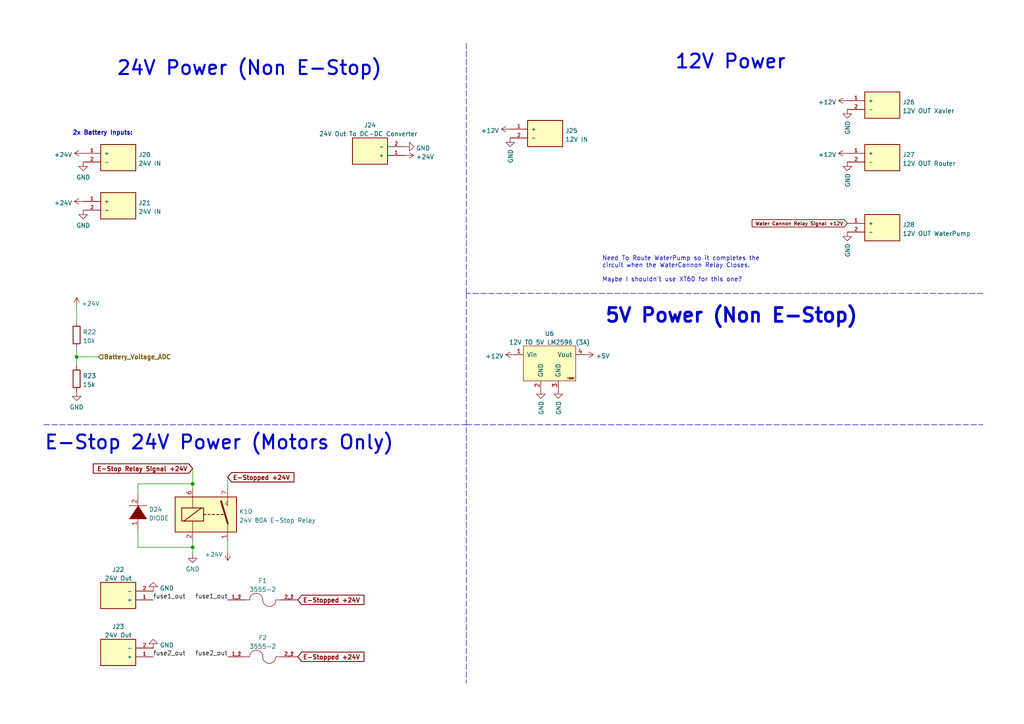
<source format=kicad_sch>
(kicad_sch (version 20211123) (generator eeschema)
  (paper "A4")
  (lib_symbols
    (symbol "3555-2:3555-2" (pin_names (offset 1.016))
      (property "Reference" "F" (at -7.62 3.81 0))
      (property "Value" "3555-2" (at -7.62 -3.81 0))
      (symbol "3555-2_0_0"
        (arc (start 0 0) (mid -1.905 1.905) (end -3.81 0) (stroke (width 0.1524)))
        (polyline (pts (xy -5.08 0) (xy -3.81 0)) (stroke (width 0.1524)))
        (polyline (pts (xy 5.08 0) (xy 3.81 0)) (stroke (width 0.1524)))
        (arc (start 0 0) (mid 1.905 -1.905) (end 3.81 0) (stroke (width 0.1524)))
        (pin passive line (at -10.16 0 0) (length 5.08) (name "~") (number "1_1"))
        (pin passive line (at -10.16 0 0) (length 5.08) (name "~") (number "1_2"))
        (pin passive line (at 10.16 0 180) (length 5.08) (name "~") (number "2_1"))
        (pin passive line (at 10.16 0 180) (length 5.08) (name "~") (number "2_2"))
      )
    )
    (symbol "Device:R" (pin_numbers hide) (pin_names (offset 0))
      (property "Reference" "R" (at 2.032 0 90))
      (property "Value" "R" (at 0 0 90))
      (symbol "R_0_1"
        (rectangle (start -1.016 -2.54) (end 1.016 2.54) (stroke (width 0.254)))
      )
      (symbol "R_1_1"
        (pin passive line (at 0 3.81 270) (length 1.27) (name "~") (number "1"))
        (pin passive line (at 0 -3.81 90) (length 1.27) (name "~") (number "2"))
      )
    )
    (symbol "Relay:DIPxx-1Axx-12x"
      (property "Reference" "K" (at 8.89 3.81 0))
      (property "Value" "DIPxx-1Axx-12x" (at 8.89 1.27 0))
      (symbol "DIPxx-1Axx-12x_0_0"
        (polyline (pts (xy 5.08 5.08) (xy 5.08 2.54) (xy 4.445 3.175) (xy 5.08 3.81)))
      )
      (symbol "DIPxx-1Axx-12x_0_1"
        (rectangle (start -10.16 5.08) (end 7.62 -5.08) (stroke (width 0.254)) (fill (type background)))
        (rectangle (start -8.255 1.905) (end -1.905 -1.905) (stroke (width 0.254)))
        (polyline (pts (xy -7.62 -1.905) (xy -2.54 1.905)) (stroke (width 0.254)))
        (polyline (pts (xy -5.08 -5.08) (xy -5.08 -1.905)))
        (polyline (pts (xy -5.08 5.08) (xy -5.08 1.905)))
        (polyline (pts (xy -1.905 0) (xy -1.27 0)) (stroke (width 0.254)))
        (polyline (pts (xy -0.635 0) (xy 0 0)) (stroke (width 0.254)))
        (polyline (pts (xy 0.635 0) (xy 1.27 0)) (stroke (width 0.254)))
        (polyline (pts (xy 1.905 0) (xy 2.54 0)) (stroke (width 0.254)))
        (polyline (pts (xy 3.175 0) (xy 3.81 0)) (stroke (width 0.254)))
        (polyline (pts (xy 5.08 -2.54) (xy 3.175 3.81)) (stroke (width 0.508)))
        (polyline (pts (xy 5.08 -2.54) (xy 5.08 -5.08)))
      )
      (symbol "DIPxx-1Axx-12x_1_1"
        (pin passive line (at 5.08 -7.62 90) (length 2.54) (name "~") (number "1"))
        (pin passive line (at -5.08 -7.62 90) (length 2.54) hide (name "~") (number "13"))
        (pin passive line (at 5.08 -7.62 90) (length 2.54) hide (name "~") (number "14"))
        (pin passive line (at -5.08 -7.62 90) (length 2.54) (name "~") (number "2"))
        (pin passive line (at -5.08 7.62 270) (length 2.54) (name "~") (number "6"))
        (pin passive line (at 5.08 7.62 270) (length 2.54) (name "~") (number "7"))
        (pin passive line (at 5.08 7.62 270) (length 2.54) hide (name "~") (number "8"))
      )
    )
    (symbol "XT60PW-M:XT60PW-M" (pin_names (offset 1.016))
      (property "Reference" "J" (at -5.08 5.715 0))
      (property "Value" "XT60PW-M" (at -5.08 -5.08 0))
      (symbol "XT60PW-M_0_0"
        (rectangle (start -5.08 -2.54) (end 5.08 5.08) (stroke (width 0.254)) (fill (type background)))
        (pin passive line (at -10.16 2.54 0) (length 5.08) (name "+") (number "1"))
        (pin passive line (at -10.16 0 0) (length 5.08) (name "-") (number "2"))
      )
    )
    (symbol "dcdc_stepdown_lm2596:YAAJ_DCDC_StepDown_LM2596" (pin_names (offset 1.016))
      (property "Reference" "U" (at -5.08 6.35 0))
      (property "Value" "YAAJ_DCDC_StepDown_LM2596" (at 0 11.43 0))
      (symbol "YAAJ_DCDC_StepDown_LM2596_0_1"
        (rectangle (start -7.62 5.08) (end 7.62 -5.08) (fill (type background)))
      )
      (symbol "YAAJ_DCDC_StepDown_LM2596_1_1"
        (text "Y@@V" (at 6.1976 -4.2672 0) (effects (font (size 0.508 0.508))))
        (pin power_in line (at -10.16 2.54 0) (length 2.54) (name "Vin") (number "1"))
        (pin power_in line (at -2.54 -7.62 90) (length 2.54) (name "GND") (number "2"))
        (pin power_in line (at 2.54 -7.62 90) (length 2.54) (name "GND") (number "3"))
        (pin power_out line (at 10.16 2.54 180) (length 2.54) (name "Vout") (number "4"))
      )
    )
    (symbol "power:+12V" (power) (pin_names (offset 0))
      (property "Value" "+12V" (at 0 3.556 0))
      (symbol "+12V_0_1"
        (polyline (pts (xy -0.762 1.27) (xy 0 2.54)))
        (polyline (pts (xy 0 0) (xy 0 2.54)))
        (polyline (pts (xy 0 2.54) (xy 0.762 1.27)))
      )
      (symbol "+12V_1_1"
        (pin power_in line (at 0 0 90) (length 0) hide (name "+12V") (number "1"))
      )
    )
    (symbol "power:+24V" (power) (pin_names (offset 0))
      (property "Value" "+24V" (at 0 3.556 0))
      (symbol "+24V_0_1"
        (polyline (pts (xy -0.762 1.27) (xy 0 2.54)))
        (polyline (pts (xy 0 0) (xy 0 2.54)))
        (polyline (pts (xy 0 2.54) (xy 0.762 1.27)))
      )
      (symbol "+24V_1_1"
        (pin power_in line (at 0 0 90) (length 0) hide (name "+24V") (number "1"))
      )
    )
    (symbol "power:+5V" (power) (pin_names (offset 0))
      (property "Value" "+5V" (at 0 3.556 0))
      (symbol "+5V_0_1"
        (polyline (pts (xy -0.762 1.27) (xy 0 2.54)))
        (polyline (pts (xy 0 0) (xy 0 2.54)))
        (polyline (pts (xy 0 2.54) (xy 0.762 1.27)))
      )
      (symbol "+5V_1_1"
        (pin power_in line (at 0 0 90) (length 0) hide (name "+5V") (number "1"))
      )
    )
    (symbol "power:GND" (power) (pin_names (offset 0))
      (property "Value" "GND" (at 0 -3.81 0))
      (symbol "GND_0_1"
        (polyline (pts (xy 0 0) (xy 0 -1.27) (xy 1.27 -1.27) (xy 0 -2.54) (xy -1.27 -1.27) (xy 0 -1.27)))
      )
      (symbol "GND_1_1"
        (pin power_in line (at 0 0 270) (length 0) hide (name "GND") (number "1"))
      )
    )
    (symbol "pspice:DIODE" (pin_names (offset 1.016) hide)
      (property "Reference" "D" (at 0 3.81 0))
      (property "Value" "DIODE" (at 0 -4.445 0))
      (symbol "DIODE_0_1"
        (polyline (pts (xy 1.905 2.54) (xy 1.905 -2.54)))
        (polyline (pts (xy -1.905 2.54) (xy -1.905 -2.54) (xy 1.905 0)) (fill (type outline)))
      )
      (symbol "DIODE_1_1"
        (pin input line (at -5.08 0 0) (length 3.81) (name "K") (number "1"))
        (pin input line (at 5.08 0 180) (length 3.81) (name "A") (number "2"))
      )
    )
  )
  (junction (at 55.88 140.335))
  (junction (at 55.88 158.75))
  (junction (at 22.225 103.505))
  (wire (pts (xy 22.225 103.505) (xy 22.225 106.045)))
  (wire (pts (xy 55.88 158.75) (xy 55.88 156.845)))
  (polyline (pts (xy 135.255 85.09) (xy 135.255 198.12)))
  (wire (pts (xy 40.005 158.75) (xy 55.88 158.75)))
  (wire (pts (xy 55.88 140.335) (xy 40.005 140.335)))
  (wire (pts (xy 55.88 140.335) (xy 55.88 141.605)))
  (polyline (pts (xy 285.115 85.09) (xy 135.255 85.09)))
  (wire (pts (xy 22.225 103.505) (xy 28.575 103.505)))
  (polyline (pts (xy 135.255 123.19) (xy 285.115 123.19)))
  (polyline (pts (xy 12.7 123.19) (xy 135.255 123.19)))
  (wire (pts (xy 40.005 153.67) (xy 40.005 158.75)))
  (wire (pts (xy 40.005 140.335) (xy 40.005 143.51)))
  (wire (pts (xy 66.04 138.43) (xy 66.04 141.605)))
  (polyline (pts (xy 135.255 85.09) (xy 135.255 12.065)))
  (wire (pts (xy 22.225 88.9) (xy 22.225 93.345)))
  (wire (pts (xy 55.88 160.655) (xy 55.88 158.75)))
  (wire (pts (xy 22.225 100.965) (xy 22.225 103.505)))
  (wire (pts (xy 55.88 135.89) (xy 55.88 140.335)))
  (wire (pts (xy 66.04 156.845) (xy 66.04 160.02)))
  (text "12V Out Device & Max Current\n-------------------\n\n	- Xavier 12V @ 3A\n	- Router 12V @ 2.5A\n	- Water Pump 12V @ 4A\n\n--------------------------\n\nOld Boat:\n	- Network Switch 12V @ ?\n	- Velodyne Box 12V @ ?\n	- POE to Rocket 12V @ ?\n	- Water Pump 12V @ ?" (at 299.085 62.865 0) (effects (font (size 2 2)) (justify left bottom)))
  (text "24V Power (Non E-Stop)" (at 33.655 22.225 0) (effects (font (size 4 4) (thickness 0.6) bold) (justify left bottom)))
  (text "2x Battery Inputs:" (at 20.955 39.37 0) (effects (font (size 1.27 1.27) bold) (justify left bottom)))
  (text "12V Power" (at 195.58 20.32 0) (effects (font (size 4 4) (thickness 0.6) bold) (justify left bottom)))
  (text "Need To Route WaterPump so it completes the\ncircuit when the WaterCannon Relay Closes. \n\nMaybe I shouldn't use XT60 for this one?" (at 174.625 81.915 0) (effects (font (size 1.27 1.27)) (justify left bottom)))
  (text "24V In:\n	- 2x XT60 Terminals\n	" (at -36.195 26.035 0) (effects (font (size 1.27 1.27) bold) (justify left bottom)))
  (text "NON E-Stopped 5V \n------------\n\n	- 5V to Pico Power VBUS\n\n\n\nDo I want to power just the RC Pico from this?\nAnd just leave Auto Pico as power from Xavier USB?" (at 299.085 117.475 0) (effects (font (size 2 2)) (justify left bottom)))
  (text "E-Stop 24V Power (Motors Only)" (at 12.7 130.81 0) (effects (font (size 4 4) (thickness 0.6) bold) (justify left bottom)))
  (text "E-Stopped 5V \n---------\n\n	- Front Steering Servo \n	- Rear Steering Servo\n\n	- Water Cannon Turret Servo 1 \n	- Water Cannon Turret Servo 2" (at 299.085 156.845 0) (effects (font (size 2 2)) (justify left bottom)))
  (text "5V Power (Non E-Stop)" (at 175.26 93.98 0) (effects (font (size 4 4) bold) (justify left bottom)))
  (label "fuse1_out" (at 66.04 173.99 180))
  (label "fuse1_out" (at 44.45 173.99 0))
  (label "fuse2_out" (at 44.45 190.5 0))
  (label "fuse2_out" (at 66.04 190.5 180))
  (global_label "E-Stop Relay Signal +24V" (shape input) (at 55.88 135.89 180) (effects (font bold)) (property "Intersheet References" "${INTERSHEET_REFS}" (effects hide)))
  (global_label "Water Cannon Relay Signal +12V" (shape input) (at 245.745 64.77 180) (effects (font (size 1 1) bold)) (property "Intersheet References" "${INTERSHEET_REFS}" (effects hide)))
  (global_label "E-Stopped +24V" (shape input) (at 86.36 190.5 0) (effects (font bold)) (property "Intersheet References" "${INTERSHEET_REFS}" (effects hide)))
  (global_label "E-Stopped +24V" (shape input) (at 66.04 138.43 0) (effects (font bold)) (property "Intersheet References" "${INTERSHEET_REFS}" (effects hide)))
  (global_label "E-Stopped +24V" (shape input) (at 86.36 173.99 0) (effects (font bold)) (property "Intersheet References" "${INTERSHEET_REFS}" (effects hide)))
  (hierarchical_label "Battery_Voltage_ADC" (shape input) (at 28.575 103.505 0) (effects (font bold)))
  (symbol (lib_id "power:GND") (at 147.955 40.005 0) (unit 1)
    (property "Reference" "#PWR0166" (effects hide))
    (property "Value" "GND" (at 148.082 43.2562 90) (effects (justify right)))
  )
  (symbol (lib_id "power:GND") (at 245.745 46.99 0) (unit 1)
    (property "Reference" "#PWR0159" (effects hide))
    (property "Value" "GND" (at 245.872 50.2412 90) (effects (justify right)))
  )
  (symbol (lib_id "power:+5V") (at 169.545 102.87 270) (unit 1)
    (property "Reference" "#PWR0164" (effects hide))
    (property "Value" "+5V" (at 172.7962 103.251 90) (effects (justify left)))
  )
  (symbol (lib_id "pspice:DIODE") (at 40.005 148.59 90) (unit 1)
    (property "Reference" "D24" (at 43.18 147.7553 90) (effects (justify right)))
    (property "Value" "DIODE" (at 43.18 150.2922 90) (effects (justify right)))
    (property "Footprint" "Diode_SMD:D_3220_8050Metric_Pad2.65x5.15mm_HandSolder" (effects hide))
  )
  (symbol (lib_id "power:GND") (at 55.88 160.655 0) (unit 1)
    (property "Reference" "#PWR0173" (effects hide))
    (property "Value" "GND" (at 55.88 165.0984 0))
  )
  (symbol (lib_id "XT60PW-M:XT60PW-M") (at 107.315 42.545 180) (unit 1)
    (property "Reference" "J24" (at 107.315 36.3052 0))
    (property "Value" "24V Out To DC-DC Converter " (at 107.315 38.8421 0))
    (property "Footprint" "dylan:AMASS_XT60PW-M" (effects hide))
    (property "MANUFACTURER" "AMASS" (effects hide))
    (property "PARTREV" "V1.2" (effects hide))
    (property "STANDARD" "Manufacturer recommendations" (effects hide))
    (property "MAXIMUM_PACKAGE_HEIGHT" "8.4 mm" (effects hide))
  )
  (symbol (lib_id "dcdc_stepdown_lm2596:YAAJ_DCDC_StepDown_LM2596") (at 159.385 105.41 0) (unit 1)
    (property "Reference" "U6" (at 159.385 96.7572 0))
    (property "Value" "12V TO 5V LM2596 (3A)" (at 159.385 99.2941 0))
    (property "Footprint" "dylan:DCDC_StepDown_LM2596" (effects hide))
  )
  (symbol (lib_id "power:GND") (at 117.475 42.545 90) (unit 1)
    (property "Reference" "#PWR0167" (effects hide))
    (property "Value" "GND" (at 120.65 42.9788 90) (effects (justify right)))
  )
  (symbol (lib_id "Device:R") (at 22.225 97.155 0) (unit 1)
    (property "Reference" "R22" (at 24.003 96.3203 0) (effects (justify left)))
    (property "Value" "10k" (at 24.003 98.8572 0) (effects (justify left)))
    (property "Footprint" "Resistor_SMD:R_0805_2012Metric_Pad1.20x1.40mm_HandSolder" (effects hide))
  )
  (symbol (lib_id "power:+12V") (at 245.745 29.21 90) (unit 1)
    (property "Reference" "#PWR0161" (effects hide))
    (property "Value" "+12V" (at 242.57 29.6438 90) (effects (justify left)))
  )
  (symbol (lib_id "power:+24V") (at 22.225 88.9 0) (unit 1)
    (property "Reference" "#PWR0197" (effects hide))
    (property "Value" "+24V" (at 23.622 88.0638 0) (effects (justify left)))
  )
  (symbol (lib_id "XT60PW-M:XT60PW-M") (at 34.29 46.99 0) (unit 1)
    (property "Reference" "J20" (at 40.132 44.8853 0) (effects (justify left)))
    (property "Value" "24V IN" (at 40.132 47.4222 0) (effects (justify left)))
    (property "Footprint" "dylan:AMASS_XT60PW-M" (effects hide))
    (property "MANUFACTURER" "AMASS" (effects hide))
    (property "PARTREV" "V1.2" (effects hide))
    (property "STANDARD" "Manufacturer recommendations" (effects hide))
    (property "MAXIMUM_PACKAGE_HEIGHT" "8.4 mm" (effects hide))
  )
  (symbol (lib_id "power:GND") (at 161.925 113.03 0) (unit 1)
    (property "Reference" "#PWR0156" (effects hide))
    (property "Value" "GND" (at 162.052 116.2812 90) (effects (justify right)))
  )
  (symbol (lib_id "power:GND") (at 156.845 113.03 0) (unit 1)
    (property "Reference" "#PWR0154" (effects hide))
    (property "Value" "GND" (at 156.972 116.2812 90) (effects (justify right)))
  )
  (symbol (lib_id "power:+24V") (at 117.475 45.085 270) (unit 1)
    (property "Reference" "#PWR0168" (effects hide))
    (property "Value" "+24V" (at 120.65 45.5188 90) (effects (justify left)))
  )
  (symbol (lib_id "power:+24V") (at 24.13 58.42 90) (unit 1)
    (property "Reference" "#PWR0170" (effects hide))
    (property "Value" "+24V" (at 20.955 58.8538 90) (effects (justify left)))
  )
  (symbol (lib_id "power:GND") (at 245.745 31.75 0) (unit 1)
    (property "Reference" "#PWR0162" (effects hide))
    (property "Value" "GND" (at 245.872 35.0012 90) (effects (justify right)))
  )
  (symbol (lib_id "power:GND") (at 44.45 187.96 180) (unit 1)
    (property "Reference" "#PWR0176" (effects hide))
    (property "Value" "GND" (at 46.355 187.1238 0) (effects (justify right)))
  )
  (symbol (lib_id "power:+24V") (at 24.13 44.45 90) (unit 1)
    (property "Reference" "#PWR0171" (effects hide))
    (property "Value" "+24V" (at 20.955 44.8838 90) (effects (justify left)))
  )
  (symbol (lib_id "XT60PW-M:XT60PW-M") (at 158.115 40.005 0) (unit 1)
    (property "Reference" "J25" (at 163.957 37.9003 0) (effects (justify left)))
    (property "Value" "12V IN" (at 163.957 40.4372 0) (effects (justify left)))
    (property "Footprint" "dylan:AMASS_XT60PW-M" (effects hide))
    (property "MANUFACTURER" "AMASS" (effects hide))
    (property "PARTREV" "V1.2" (effects hide))
    (property "STANDARD" "Manufacturer recommendations" (effects hide))
    (property "MAXIMUM_PACKAGE_HEIGHT" "8.4 mm" (effects hide))
  )
  (symbol (lib_id "3555-2:3555-2") (at 76.2 190.5 0) (unit 1)
    (property "Reference" "F2" (at 76.2 184.946 0))
    (property "Value" "3555-2" (at 76.2 187.4829 0))
    (property "Footprint" "dylan:FUSE_3555-2" (effects hide))
    (property "MF" "Keystone Electronics" (effects hide))
    (property "MAXIMUM_PACKAGE_HEIGHT" "11.6mm" (effects hide))
    (property "Package" "None" (effects hide))
    (property "Price" "None" (effects hide))
    (property "Check_prices" "https://www.snapeda.com/parts/3555-2/Keystone+Electronics/view-part/?ref=eda" (effects hide))
    (property "STANDARD" "Manufacturer Recommendations" (effects hide))
    (property "PARTREV" "A" (effects hide))
    (property "SnapEDA_Link" "https://www.snapeda.com/parts/3555-2/Keystone+Electronics/view-part/?ref=snap" (effects hide))
    (property "MP" "3555-2" (effects hide))
    (property "Purchase-URL" "https://www.snapeda.com/api/url_track_click_mouser/?unipart_id=4792081&manufacturer=Keystone Electronics&part_name=3555-2&search_term=None" (effects hide))
    (property "Description" "\nAuto Fuse Holder, 1 Fuse, Blade, Standard, THM, 50Amp, Hi-Temp Nylon, UL94V-0 | Keystone Electronics 3555-2\n" (effects hide))
    (property "SNAPEDA_PN" "3555-2" (effects hide))
    (property "Availability" "In Stock" (effects hide))
    (property "MANUFACTURER" "Keystone" (effects hide))
  )
  (symbol (lib_id "power:+12V") (at 245.745 44.45 90) (unit 1)
    (property "Reference" "#PWR0163" (effects hide))
    (property "Value" "+12V" (at 242.57 44.8838 90) (effects (justify left)))
  )
  (symbol (lib_id "XT60PW-M:XT60PW-M") (at 34.29 60.96 0) (unit 1)
    (property "Reference" "J21" (at 40.132 58.8553 0) (effects (justify left)))
    (property "Value" "24V IN" (at 40.132 61.3922 0) (effects (justify left)))
    (property "Footprint" "dylan:AMASS_XT60PW-M" (effects hide))
    (property "MANUFACTURER" "AMASS" (effects hide))
    (property "PARTREV" "V1.2" (effects hide))
    (property "STANDARD" "Manufacturer recommendations" (effects hide))
    (property "MAXIMUM_PACKAGE_HEIGHT" "8.4 mm" (effects hide))
  )
  (symbol (lib_id "power:+24V") (at 66.04 160.02 180) (unit 1)
    (property "Reference" "#PWR0174" (effects hide))
    (property "Value" "+24V" (at 64.643 160.8562 0) (effects (justify left)))
  )
  (symbol (lib_id "power:+12V") (at 147.955 37.465 90) (unit 1)
    (property "Reference" "#PWR0165" (effects hide))
    (property "Value" "+12V" (at 144.78 37.8988 90) (effects (justify left)))
  )
  (symbol (lib_id "power:GND") (at 44.45 171.45 180) (unit 1)
    (property "Reference" "#PWR0175" (effects hide))
    (property "Value" "GND" (at 46.355 170.6138 0) (effects (justify right)))
  )
  (symbol (lib_id "XT60PW-M:XT60PW-M") (at 255.905 46.99 0) (unit 1)
    (property "Reference" "J27" (at 261.747 44.8853 0) (effects (justify left)))
    (property "Value" "12V OUT Router" (at 261.747 47.4222 0) (effects (justify left)))
    (property "Footprint" "dylan:AMASS_XT60PW-M" (effects hide))
    (property "MANUFACTURER" "AMASS" (effects hide))
    (property "PARTREV" "V1.2" (effects hide))
    (property "STANDARD" "Manufacturer recommendations" (effects hide))
    (property "MAXIMUM_PACKAGE_HEIGHT" "8.4 mm" (effects hide))
  )
  (symbol (lib_id "XT60PW-M:XT60PW-M") (at 34.29 171.45 180) (unit 1)
    (property "Reference" "J22" (at 34.29 165.2102 0))
    (property "Value" "24V Out" (at 34.29 167.7471 0))
    (property "Footprint" "dylan:AMASS_XT60PW-M" (effects hide))
    (property "MANUFACTURER" "AMASS" (effects hide))
    (property "PARTREV" "V1.2" (effects hide))
    (property "STANDARD" "Manufacturer recommendations" (effects hide))
    (property "MAXIMUM_PACKAGE_HEIGHT" "8.4 mm" (effects hide))
  )
  (symbol (lib_id "XT60PW-M:XT60PW-M") (at 255.905 31.75 0) (unit 1)
    (property "Reference" "J26" (at 261.747 29.6453 0) (effects (justify left)))
    (property "Value" "12V OUT Xavier" (at 261.747 32.1822 0) (effects (justify left)))
    (property "Footprint" "dylan:AMASS_XT60PW-M" (effects hide))
    (property "MANUFACTURER" "AMASS" (effects hide))
    (property "PARTREV" "V1.2" (effects hide))
    (property "STANDARD" "Manufacturer recommendations" (effects hide))
    (property "MAXIMUM_PACKAGE_HEIGHT" "8.4 mm" (effects hide))
  )
  (symbol (lib_id "power:GND") (at 245.745 67.31 0) (unit 1)
    (property "Reference" "#PWR0160" (effects hide))
    (property "Value" "GND" (at 245.872 70.5612 90) (effects (justify right)))
  )
  (symbol (lib_id "Relay:DIPxx-1Axx-12x") (at 60.96 149.225 0) (unit 1)
    (property "Reference" "K10" (at 69.342 148.3903 0) (effects (justify left)))
    (property "Value" "24V 80A E-Stop Relay" (at 69.342 150.9272 0) (effects (justify left)))
    (property "Footprint" "dylan:JD2912-1H-24VDC 80A 28VDC" (effects hide))
  )
  (symbol (lib_id "XT60PW-M:XT60PW-M") (at 255.905 67.31 0) (unit 1)
    (property "Reference" "J28" (at 261.747 65.2053 0) (effects (justify left)))
    (property "Value" "12V OUT WaterPump" (at 261.747 67.7422 0) (effects (justify left)))
    (property "Footprint" "dylan:AMASS_XT60PW-M" (effects hide))
    (property "MANUFACTURER" "AMASS" (effects hide))
    (property "PARTREV" "V1.2" (effects hide))
    (property "STANDARD" "Manufacturer recommendations" (effects hide))
    (property "MAXIMUM_PACKAGE_HEIGHT" "8.4 mm" (effects hide))
  )
  (symbol (lib_id "power:GND") (at 24.13 60.96 0) (unit 1)
    (property "Reference" "#PWR0169" (effects hide))
    (property "Value" "GND" (at 24.13 65.4034 0))
  )
  (symbol (lib_id "XT60PW-M:XT60PW-M") (at 34.29 187.96 180) (unit 1)
    (property "Reference" "J23" (at 34.29 181.7202 0))
    (property "Value" "24V Out" (at 34.29 184.2571 0))
    (property "Footprint" "dylan:AMASS_XT60PW-M" (effects hide))
    (property "MANUFACTURER" "AMASS" (effects hide))
    (property "PARTREV" "V1.2" (effects hide))
    (property "STANDARD" "Manufacturer recommendations" (effects hide))
    (property "MAXIMUM_PACKAGE_HEIGHT" "8.4 mm" (effects hide))
  )
  (symbol (lib_id "Device:R") (at 22.225 109.855 0) (unit 1)
    (property "Reference" "R23" (at 24.003 109.0203 0) (effects (justify left)))
    (property "Value" "15k" (at 24.003 111.5572 0) (effects (justify left)))
    (property "Footprint" "Resistor_SMD:R_0805_2012Metric_Pad1.20x1.40mm_HandSolder" (effects hide))
  )
  (symbol (lib_id "3555-2:3555-2") (at 76.2 173.99 0) (unit 1)
    (property "Reference" "F1" (at 76.2 168.436 0))
    (property "Value" "3555-2" (at 76.2 170.9729 0))
    (property "Footprint" "dylan:FUSE_3555-2" (effects hide))
    (property "MF" "Keystone Electronics" (effects hide))
    (property "MAXIMUM_PACKAGE_HEIGHT" "11.6mm" (effects hide))
    (property "Package" "None" (effects hide))
    (property "Price" "None" (effects hide))
    (property "Check_prices" "https://www.snapeda.com/parts/3555-2/Keystone+Electronics/view-part/?ref=eda" (effects hide))
    (property "STANDARD" "Manufacturer Recommendations" (effects hide))
    (property "PARTREV" "A" (effects hide))
    (property "SnapEDA_Link" "https://www.snapeda.com/parts/3555-2/Keystone+Electronics/view-part/?ref=snap" (effects hide))
    (property "MP" "3555-2" (effects hide))
    (property "Purchase-URL" "https://www.snapeda.com/api/url_track_click_mouser/?unipart_id=4792081&manufacturer=Keystone Electronics&part_name=3555-2&search_term=None" (effects hide))
    (property "Description" "\nAuto Fuse Holder, 1 Fuse, Blade, Standard, THM, 50Amp, Hi-Temp Nylon, UL94V-0 | Keystone Electronics 3555-2\n" (effects hide))
    (property "SNAPEDA_PN" "3555-2" (effects hide))
    (property "Availability" "In Stock" (effects hide))
    (property "MANUFACTURER" "Keystone" (effects hide))
  )
  (symbol (lib_id "power:GND") (at 22.225 113.665 0) (unit 1)
    (property "Reference" "#PWR0196" (effects hide))
    (property "Value" "GND" (at 22.225 118.1084 0))
  )
  (symbol (lib_id "power:GND") (at 24.13 46.99 0) (unit 1)
    (property "Reference" "#PWR0172" (effects hide))
    (property "Value" "GND" (at 24.13 51.4334 0))
  )
  (symbol (lib_id "power:+12V") (at 149.225 102.87 90) (unit 1)
    (property "Reference" "#PWR0153" (effects hide))
    (property "Value" "+12V" (at 146.05 103.3038 90) (effects (justify left)))
  )
)
</source>
